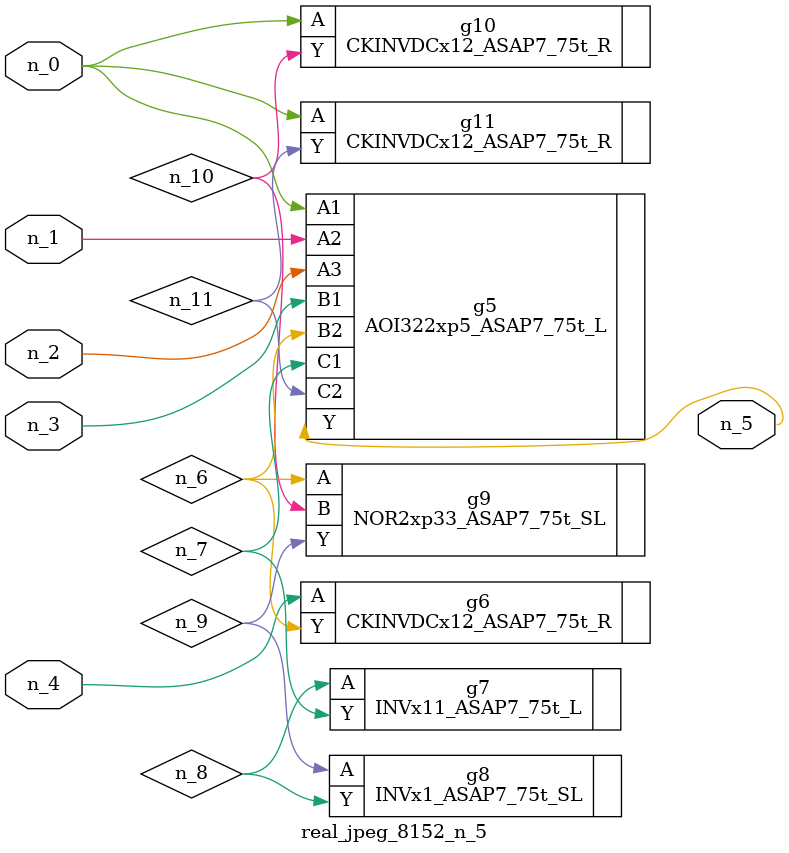
<source format=v>
module real_jpeg_8152_n_5 (n_4, n_0, n_1, n_2, n_3, n_5);

input n_4;
input n_0;
input n_1;
input n_2;
input n_3;

output n_5;

wire n_8;
wire n_11;
wire n_6;
wire n_7;
wire n_10;
wire n_9;

AOI322xp5_ASAP7_75t_L g5 ( 
.A1(n_0),
.A2(n_1),
.A3(n_2),
.B1(n_3),
.B2(n_6),
.C1(n_7),
.C2(n_11),
.Y(n_5)
);

CKINVDCx12_ASAP7_75t_R g10 ( 
.A(n_0),
.Y(n_10)
);

CKINVDCx12_ASAP7_75t_R g11 ( 
.A(n_0),
.Y(n_11)
);

CKINVDCx12_ASAP7_75t_R g6 ( 
.A(n_4),
.Y(n_6)
);

NOR2xp33_ASAP7_75t_SL g9 ( 
.A(n_6),
.B(n_10),
.Y(n_9)
);

INVx11_ASAP7_75t_L g7 ( 
.A(n_8),
.Y(n_7)
);

INVx1_ASAP7_75t_SL g8 ( 
.A(n_9),
.Y(n_8)
);


endmodule
</source>
